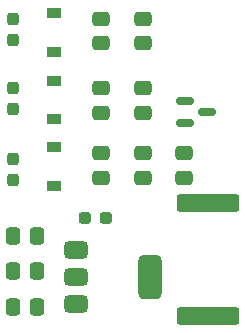
<source format=gtp>
%TF.GenerationSoftware,KiCad,Pcbnew,8.0.2*%
%TF.CreationDate,2024-09-09T09:37:27-05:00*%
%TF.ProjectId,wh3lk,7768336c-6b2e-46b6-9963-61645f706362,v2.0.0a*%
%TF.SameCoordinates,Original*%
%TF.FileFunction,Paste,Top*%
%TF.FilePolarity,Positive*%
%FSLAX46Y46*%
G04 Gerber Fmt 4.6, Leading zero omitted, Abs format (unit mm)*
G04 Created by KiCad (PCBNEW 8.0.2) date 2024-09-09 09:37:27*
%MOMM*%
%LPD*%
G01*
G04 APERTURE LIST*
G04 Aperture macros list*
%AMRoundRect*
0 Rectangle with rounded corners*
0 $1 Rounding radius*
0 $2 $3 $4 $5 $6 $7 $8 $9 X,Y pos of 4 corners*
0 Add a 4 corners polygon primitive as box body*
4,1,4,$2,$3,$4,$5,$6,$7,$8,$9,$2,$3,0*
0 Add four circle primitives for the rounded corners*
1,1,$1+$1,$2,$3*
1,1,$1+$1,$4,$5*
1,1,$1+$1,$6,$7*
1,1,$1+$1,$8,$9*
0 Add four rect primitives between the rounded corners*
20,1,$1+$1,$2,$3,$4,$5,0*
20,1,$1+$1,$4,$5,$6,$7,0*
20,1,$1+$1,$6,$7,$8,$9,0*
20,1,$1+$1,$8,$9,$2,$3,0*%
G04 Aperture macros list end*
%ADD10RoundRect,0.150000X-0.587500X-0.150000X0.587500X-0.150000X0.587500X0.150000X-0.587500X0.150000X0*%
%ADD11RoundRect,0.375000X-0.625000X-0.375000X0.625000X-0.375000X0.625000X0.375000X-0.625000X0.375000X0*%
%ADD12RoundRect,0.500000X-0.500000X-1.400000X0.500000X-1.400000X0.500000X1.400000X-0.500000X1.400000X0*%
%ADD13RoundRect,0.250001X2.399999X-0.487499X2.399999X0.487499X-2.399999X0.487499X-2.399999X-0.487499X0*%
%ADD14RoundRect,0.237500X-0.287500X-0.237500X0.287500X-0.237500X0.287500X0.237500X-0.287500X0.237500X0*%
%ADD15RoundRect,0.237500X0.237500X-0.287500X0.237500X0.287500X-0.237500X0.287500X-0.237500X-0.287500X0*%
%ADD16R,1.220000X0.910000*%
%ADD17RoundRect,0.250000X0.475000X-0.337500X0.475000X0.337500X-0.475000X0.337500X-0.475000X-0.337500X0*%
%ADD18RoundRect,0.250000X0.337500X0.475000X-0.337500X0.475000X-0.337500X-0.475000X0.337500X-0.475000X0*%
%ADD19RoundRect,0.250000X-0.475000X0.337500X-0.475000X-0.337500X0.475000X-0.337500X0.475000X0.337500X0*%
G04 APERTURE END LIST*
D10*
%TO.C,U2*%
X86437500Y-72000000D03*
X84562500Y-72950000D03*
X84562500Y-71050000D03*
%TD*%
D11*
%TO.C,U1*%
X75350000Y-88300000D03*
D12*
X81650000Y-86000000D03*
D11*
X75350000Y-86000000D03*
X75350000Y-83700000D03*
%TD*%
D13*
%TO.C,R1*%
X86500000Y-79687500D03*
X86500000Y-89312500D03*
%TD*%
D14*
%TO.C,FB4*%
X77875000Y-81000000D03*
X76125000Y-81000000D03*
%TD*%
D15*
%TO.C,FB3*%
X70000000Y-77750000D03*
X70000000Y-76000000D03*
%TD*%
%TO.C,FB2*%
X70000000Y-70000000D03*
X70000000Y-71750000D03*
%TD*%
%TO.C,FB1*%
X70000000Y-65875000D03*
X70000000Y-64125000D03*
%TD*%
D16*
%TO.C,D3*%
X73500000Y-78270000D03*
X73500000Y-75000000D03*
%TD*%
%TO.C,D2*%
X73500000Y-72635000D03*
X73500000Y-69365000D03*
%TD*%
%TO.C,D1*%
X73500000Y-66895000D03*
X73500000Y-63625000D03*
%TD*%
D17*
%TO.C,C10*%
X84500000Y-75500000D03*
X84500000Y-77575000D03*
%TD*%
D18*
%TO.C,C9*%
X70000000Y-85500000D03*
X72075000Y-85500000D03*
%TD*%
%TO.C,C8*%
X72075000Y-82500000D03*
X70000000Y-82500000D03*
%TD*%
D17*
%TO.C,C7*%
X81000000Y-64125000D03*
X81000000Y-66200000D03*
%TD*%
%TO.C,C6*%
X77500000Y-66200000D03*
X77500000Y-64125000D03*
%TD*%
D18*
%TO.C,C5*%
X70000000Y-88500000D03*
X72075000Y-88500000D03*
%TD*%
D19*
%TO.C,C4*%
X77500000Y-72075000D03*
X77500000Y-70000000D03*
%TD*%
%TO.C,C3*%
X81000000Y-72075000D03*
X81000000Y-70000000D03*
%TD*%
D17*
%TO.C,C2*%
X77500000Y-77575000D03*
X77500000Y-75500000D03*
%TD*%
%TO.C,C1*%
X81000000Y-77575000D03*
X81000000Y-75500000D03*
%TD*%
M02*

</source>
